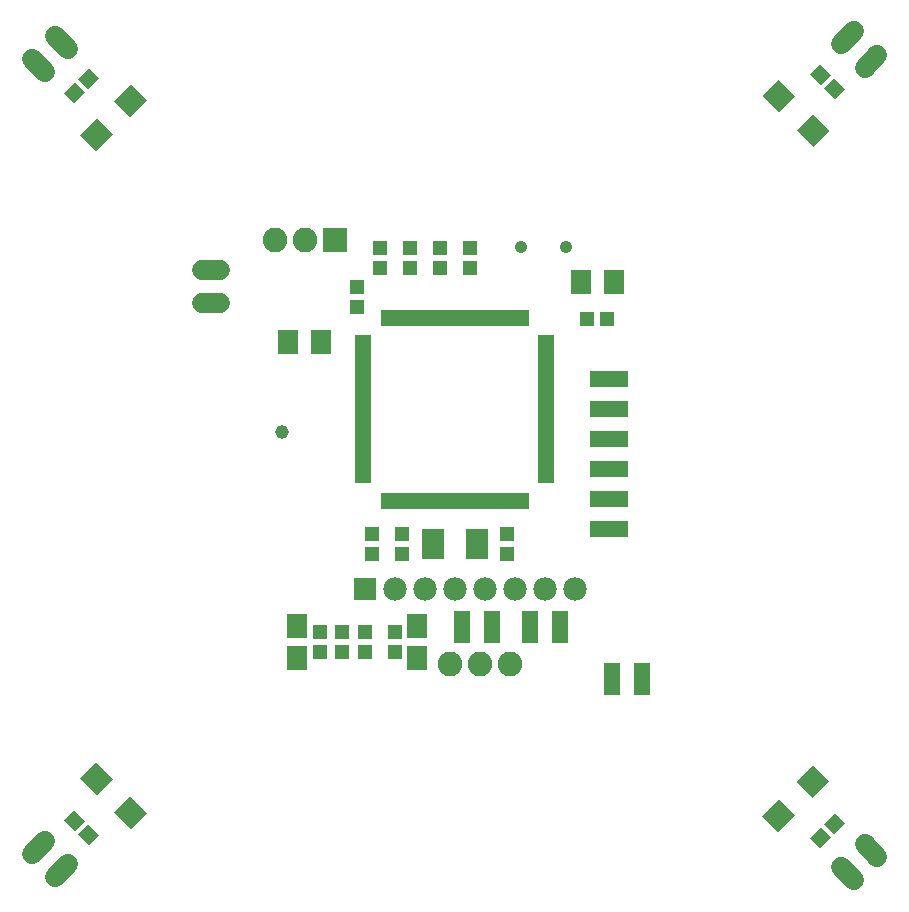
<source format=gbs>
G75*
%MOIN*%
%OFA0B0*%
%FSLAX25Y25*%
%IPPOS*%
%LPD*%
%AMOC8*
5,1,8,0,0,1.08239X$1,22.5*
%
%ADD10R,0.06706X0.08477*%
%ADD11R,0.04737X0.05131*%
%ADD12R,0.07099X0.07887*%
%ADD13R,0.05131X0.04737*%
%ADD14C,0.04146*%
%ADD15R,0.07800X0.07800*%
%ADD16C,0.07800*%
%ADD17R,0.01981X0.05524*%
%ADD18R,0.05524X0.01981*%
%ADD19R,0.07493X0.10249*%
%ADD20C,0.06800*%
%ADD21R,0.07887X0.07493*%
%ADD22R,0.08200X0.08200*%
%ADD23C,0.08200*%
%ADD24R,0.12611X0.05721*%
%ADD25R,0.05800X0.10800*%
%ADD26C,0.04565*%
D10*
X0441576Y0221438D03*
X0441576Y0232265D03*
X0481576Y0232265D03*
X0481576Y0221438D03*
D11*
X0474076Y0223505D03*
X0474076Y0230198D03*
X0456576Y0230198D03*
X0456576Y0223505D03*
X0449076Y0223505D03*
X0449076Y0230198D03*
X0466576Y0256005D03*
X0466576Y0262698D03*
X0511576Y0262698D03*
X0511576Y0256005D03*
X0461576Y0338505D03*
X0461576Y0345198D03*
D12*
X0449587Y0326851D03*
X0438564Y0326851D03*
X0536064Y0346851D03*
X0547087Y0346851D03*
D13*
X0544922Y0334351D03*
X0538229Y0334351D03*
X0499076Y0351379D03*
X0499076Y0358072D03*
X0489076Y0358072D03*
X0489076Y0351379D03*
X0479076Y0351379D03*
X0479076Y0358072D03*
X0469076Y0358072D03*
X0469076Y0351379D03*
G36*
X0375610Y0414676D02*
X0371983Y0411049D01*
X0368634Y0414398D01*
X0372261Y0418025D01*
X0375610Y0414676D01*
G37*
G36*
X0370877Y0409944D02*
X0367250Y0406317D01*
X0363901Y0409666D01*
X0367528Y0413293D01*
X0370877Y0409944D01*
G37*
X0476576Y0262698D03*
X0476576Y0256005D03*
X0464076Y0230198D03*
X0464076Y0223505D03*
G36*
X0371983Y0166153D02*
X0375610Y0162526D01*
X0372261Y0159177D01*
X0368634Y0162804D01*
X0371983Y0166153D01*
G37*
G36*
X0367250Y0170886D02*
X0370877Y0167259D01*
X0367528Y0163910D01*
X0363901Y0167537D01*
X0367250Y0170886D01*
G37*
G36*
X0612541Y0161526D02*
X0616168Y0165153D01*
X0619517Y0161804D01*
X0615890Y0158177D01*
X0612541Y0161526D01*
G37*
G36*
X0617274Y0166259D02*
X0620901Y0169886D01*
X0624250Y0166537D01*
X0620623Y0162910D01*
X0617274Y0166259D01*
G37*
G36*
X0620901Y0407817D02*
X0617274Y0411444D01*
X0620623Y0414793D01*
X0624250Y0411166D01*
X0620901Y0407817D01*
G37*
G36*
X0616168Y0412549D02*
X0612541Y0416176D01*
X0615890Y0419525D01*
X0619517Y0415898D01*
X0616168Y0412549D01*
G37*
D14*
X0531312Y0358560D03*
X0516351Y0358560D03*
D15*
X0464076Y0244351D03*
D16*
X0474076Y0244351D03*
X0484076Y0244351D03*
X0494076Y0244351D03*
X0504076Y0244351D03*
X0514076Y0244351D03*
X0524076Y0244351D03*
X0534076Y0244351D03*
D17*
X0517698Y0273839D03*
X0515729Y0273839D03*
X0513761Y0273839D03*
X0511792Y0273839D03*
X0509824Y0273839D03*
X0507855Y0273839D03*
X0505887Y0273839D03*
X0503918Y0273839D03*
X0501950Y0273839D03*
X0499981Y0273839D03*
X0498013Y0273839D03*
X0496044Y0273839D03*
X0494076Y0273839D03*
X0492107Y0273839D03*
X0490139Y0273839D03*
X0488170Y0273839D03*
X0486202Y0273839D03*
X0484233Y0273839D03*
X0482265Y0273839D03*
X0480296Y0273839D03*
X0478328Y0273839D03*
X0476359Y0273839D03*
X0474391Y0273839D03*
X0472422Y0273839D03*
X0470454Y0273839D03*
X0470454Y0334863D03*
X0472422Y0334863D03*
X0474391Y0334863D03*
X0476359Y0334863D03*
X0478328Y0334863D03*
X0480296Y0334863D03*
X0482265Y0334863D03*
X0484233Y0334863D03*
X0486202Y0334863D03*
X0488170Y0334863D03*
X0490139Y0334863D03*
X0492107Y0334863D03*
X0494076Y0334863D03*
X0496044Y0334863D03*
X0498013Y0334863D03*
X0499981Y0334863D03*
X0501950Y0334863D03*
X0503918Y0334863D03*
X0505887Y0334863D03*
X0507855Y0334863D03*
X0509824Y0334863D03*
X0511792Y0334863D03*
X0513761Y0334863D03*
X0515729Y0334863D03*
X0517698Y0334863D03*
D18*
X0524587Y0327973D03*
X0524587Y0326005D03*
X0524587Y0324036D03*
X0524587Y0322068D03*
X0524587Y0320099D03*
X0524587Y0318131D03*
X0524587Y0316162D03*
X0524587Y0314194D03*
X0524587Y0312225D03*
X0524587Y0310257D03*
X0524587Y0308288D03*
X0524587Y0306320D03*
X0524587Y0304351D03*
X0524587Y0302383D03*
X0524587Y0300414D03*
X0524587Y0298446D03*
X0524587Y0296477D03*
X0524587Y0294509D03*
X0524587Y0292540D03*
X0524587Y0290572D03*
X0524587Y0288603D03*
X0524587Y0286635D03*
X0524587Y0284666D03*
X0524587Y0282698D03*
X0524587Y0280729D03*
X0463564Y0280666D03*
X0463564Y0282698D03*
X0463564Y0284729D03*
X0463564Y0286635D03*
X0463564Y0288603D03*
X0463564Y0290572D03*
X0463564Y0292540D03*
X0463564Y0294509D03*
X0463564Y0296477D03*
X0463564Y0298446D03*
X0463564Y0300414D03*
X0463564Y0302383D03*
X0463564Y0304351D03*
X0463564Y0306320D03*
X0463564Y0308288D03*
X0463564Y0310257D03*
X0463564Y0312225D03*
X0463564Y0314194D03*
X0463564Y0316162D03*
X0463564Y0318131D03*
X0463564Y0320099D03*
X0463564Y0322068D03*
X0463564Y0324036D03*
X0463564Y0326005D03*
X0463564Y0327973D03*
D19*
X0486792Y0259351D03*
X0501359Y0259351D03*
D20*
X0357381Y0160435D02*
X0353139Y0156193D01*
X0360917Y0148414D02*
X0365160Y0152657D01*
X0409954Y0339658D02*
X0415954Y0339658D01*
X0415954Y0350658D02*
X0409954Y0350658D01*
X0357381Y0416767D02*
X0353139Y0421010D01*
X0360917Y0428788D02*
X0365160Y0424545D01*
X0622992Y0426045D02*
X0627234Y0430288D01*
X0635012Y0422510D02*
X0630770Y0418267D01*
X0630770Y0159435D02*
X0635012Y0155193D01*
X0627234Y0147414D02*
X0622992Y0151657D01*
D21*
G36*
X0596646Y0168792D02*
X0602221Y0174367D01*
X0607518Y0169070D01*
X0601943Y0163495D01*
X0596646Y0168792D01*
G37*
G36*
X0608060Y0180206D02*
X0613635Y0185781D01*
X0618932Y0180484D01*
X0613357Y0174909D01*
X0608060Y0180206D01*
G37*
G36*
X0385930Y0175367D02*
X0391505Y0169792D01*
X0386208Y0164495D01*
X0380633Y0170070D01*
X0385930Y0175367D01*
G37*
G36*
X0374516Y0186781D02*
X0380091Y0181206D01*
X0374794Y0175909D01*
X0369219Y0181484D01*
X0374516Y0186781D01*
G37*
G36*
X0380091Y0395996D02*
X0374516Y0390421D01*
X0369219Y0395718D01*
X0374794Y0401293D01*
X0380091Y0395996D01*
G37*
G36*
X0391505Y0407410D02*
X0385930Y0401835D01*
X0380633Y0407132D01*
X0386208Y0412707D01*
X0391505Y0407410D01*
G37*
G36*
X0602221Y0403335D02*
X0596646Y0408910D01*
X0601943Y0414207D01*
X0607518Y0408632D01*
X0602221Y0403335D01*
G37*
G36*
X0613635Y0391921D02*
X0608060Y0397496D01*
X0613357Y0402793D01*
X0618932Y0397218D01*
X0613635Y0391921D01*
G37*
D22*
X0454076Y0360851D03*
D23*
X0444076Y0360851D03*
X0434076Y0360851D03*
X0492639Y0219351D03*
X0502639Y0219351D03*
X0512639Y0219351D03*
D24*
X0545591Y0264351D03*
X0545591Y0274351D03*
X0545591Y0284351D03*
X0545591Y0294351D03*
X0545591Y0304351D03*
X0545591Y0314351D03*
D25*
X0529076Y0231851D03*
X0519076Y0231851D03*
X0506576Y0231851D03*
X0496576Y0231851D03*
X0546576Y0214351D03*
X0556576Y0214351D03*
D26*
X0436576Y0296851D03*
M02*

</source>
